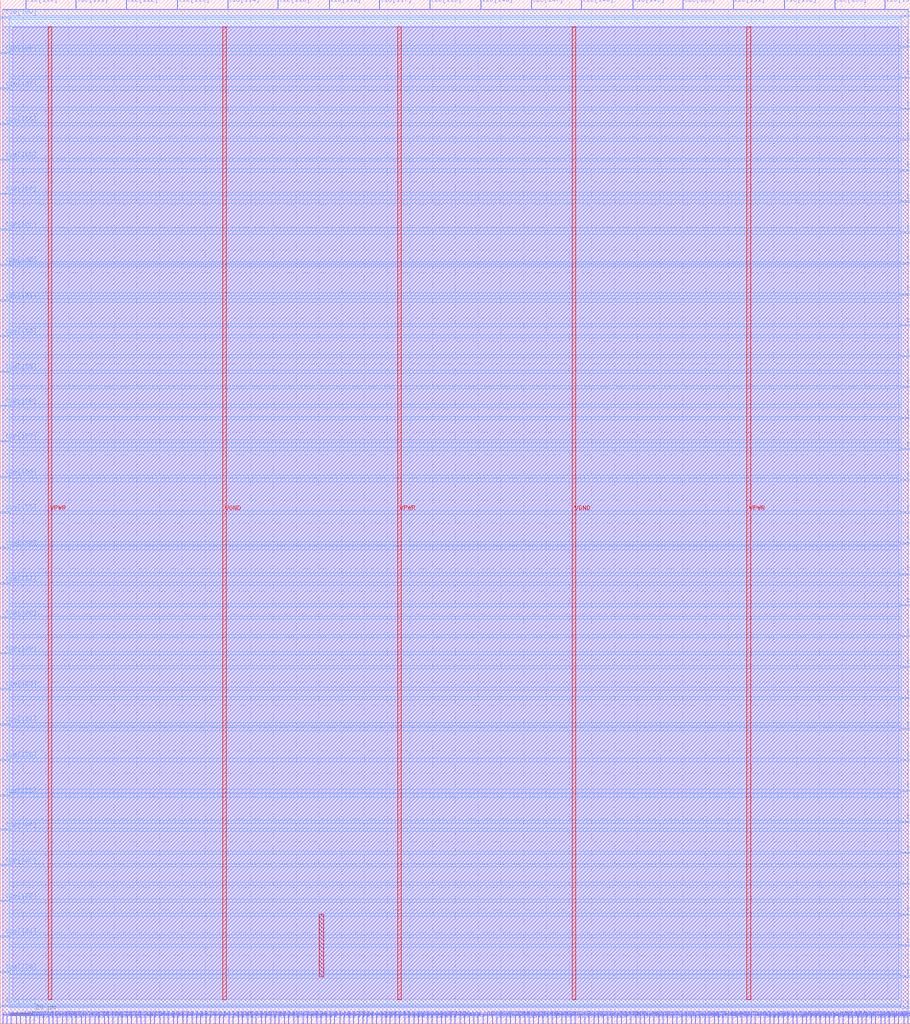
<source format=lef>
VERSION 5.7 ;
  NOWIREEXTENSIONATPIN ON ;
  DIVIDERCHAR "/" ;
  BUSBITCHARS "[]" ;
MACRO user_proj_top
  CLASS BLOCK ;
  FOREIGN user_proj_top ;
  ORIGIN 0.000 0.000 ;
  SIZE 400.000 BY 450.000 ;
  PIN clk
    DIRECTION INPUT ;
    USE SIGNAL ;
    PORT
      LAYER met2 ;
        RECT 1.010 0.000 1.290 4.000 ;
    END
  END clk
  PIN done
    DIRECTION OUTPUT TRISTATE ;
    USE SIGNAL ;
    PORT
      LAYER met2 ;
        RECT 206.170 0.000 206.450 4.000 ;
    END
  END done
  PIN mc[0]
    DIRECTION INPUT ;
    USE SIGNAL ;
    PORT
      LAYER met2 ;
        RECT 71.850 0.000 72.130 4.000 ;
    END
  END mc[0]
  PIN mc[10]
    DIRECTION INPUT ;
    USE SIGNAL ;
    PORT
      LAYER met2 ;
        RECT 92.090 0.000 92.370 4.000 ;
    END
  END mc[10]
  PIN mc[11]
    DIRECTION INPUT ;
    USE SIGNAL ;
    PORT
      LAYER met2 ;
        RECT 94.390 0.000 94.670 4.000 ;
    END
  END mc[11]
  PIN mc[12]
    DIRECTION INPUT ;
    USE SIGNAL ;
    PORT
      LAYER met2 ;
        RECT 96.230 0.000 96.510 4.000 ;
    END
  END mc[12]
  PIN mc[13]
    DIRECTION INPUT ;
    USE SIGNAL ;
    PORT
      LAYER met2 ;
        RECT 98.070 0.000 98.350 4.000 ;
    END
  END mc[13]
  PIN mc[14]
    DIRECTION INPUT ;
    USE SIGNAL ;
    PORT
      LAYER met2 ;
        RECT 100.370 0.000 100.650 4.000 ;
    END
  END mc[14]
  PIN mc[15]
    DIRECTION INPUT ;
    USE SIGNAL ;
    PORT
      LAYER met2 ;
        RECT 102.210 0.000 102.490 4.000 ;
    END
  END mc[15]
  PIN mc[16]
    DIRECTION INPUT ;
    USE SIGNAL ;
    PORT
      LAYER met2 ;
        RECT 104.510 0.000 104.790 4.000 ;
    END
  END mc[16]
  PIN mc[17]
    DIRECTION INPUT ;
    USE SIGNAL ;
    PORT
      LAYER met2 ;
        RECT 106.350 0.000 106.630 4.000 ;
    END
  END mc[17]
  PIN mc[18]
    DIRECTION INPUT ;
    USE SIGNAL ;
    PORT
      LAYER met2 ;
        RECT 108.650 0.000 108.930 4.000 ;
    END
  END mc[18]
  PIN mc[19]
    DIRECTION INPUT ;
    USE SIGNAL ;
    PORT
      LAYER met2 ;
        RECT 110.490 0.000 110.770 4.000 ;
    END
  END mc[19]
  PIN mc[1]
    DIRECTION INPUT ;
    USE SIGNAL ;
    PORT
      LAYER met2 ;
        RECT 73.690 0.000 73.970 4.000 ;
    END
  END mc[1]
  PIN mc[20]
    DIRECTION INPUT ;
    USE SIGNAL ;
    PORT
      LAYER met2 ;
        RECT 112.330 0.000 112.610 4.000 ;
    END
  END mc[20]
  PIN mc[21]
    DIRECTION INPUT ;
    USE SIGNAL ;
    PORT
      LAYER met2 ;
        RECT 114.630 0.000 114.910 4.000 ;
    END
  END mc[21]
  PIN mc[22]
    DIRECTION INPUT ;
    USE SIGNAL ;
    PORT
      LAYER met2 ;
        RECT 116.470 0.000 116.750 4.000 ;
    END
  END mc[22]
  PIN mc[23]
    DIRECTION INPUT ;
    USE SIGNAL ;
    PORT
      LAYER met2 ;
        RECT 118.770 0.000 119.050 4.000 ;
    END
  END mc[23]
  PIN mc[24]
    DIRECTION INPUT ;
    USE SIGNAL ;
    PORT
      LAYER met2 ;
        RECT 120.610 0.000 120.890 4.000 ;
    END
  END mc[24]
  PIN mc[25]
    DIRECTION INPUT ;
    USE SIGNAL ;
    PORT
      LAYER met2 ;
        RECT 122.450 0.000 122.730 4.000 ;
    END
  END mc[25]
  PIN mc[26]
    DIRECTION INPUT ;
    USE SIGNAL ;
    PORT
      LAYER met2 ;
        RECT 124.750 0.000 125.030 4.000 ;
    END
  END mc[26]
  PIN mc[27]
    DIRECTION INPUT ;
    USE SIGNAL ;
    PORT
      LAYER met2 ;
        RECT 126.590 0.000 126.870 4.000 ;
    END
  END mc[27]
  PIN mc[28]
    DIRECTION INPUT ;
    USE SIGNAL ;
    PORT
      LAYER met2 ;
        RECT 128.890 0.000 129.170 4.000 ;
    END
  END mc[28]
  PIN mc[29]
    DIRECTION INPUT ;
    USE SIGNAL ;
    PORT
      LAYER met2 ;
        RECT 130.730 0.000 131.010 4.000 ;
    END
  END mc[29]
  PIN mc[2]
    DIRECTION INPUT ;
    USE SIGNAL ;
    PORT
      LAYER met2 ;
        RECT 75.990 0.000 76.270 4.000 ;
    END
  END mc[2]
  PIN mc[30]
    DIRECTION INPUT ;
    USE SIGNAL ;
    PORT
      LAYER met2 ;
        RECT 133.030 0.000 133.310 4.000 ;
    END
  END mc[30]
  PIN mc[31]
    DIRECTION INPUT ;
    USE SIGNAL ;
    PORT
      LAYER met2 ;
        RECT 134.870 0.000 135.150 4.000 ;
    END
  END mc[31]
  PIN mc[3]
    DIRECTION INPUT ;
    USE SIGNAL ;
    PORT
      LAYER met2 ;
        RECT 77.830 0.000 78.110 4.000 ;
    END
  END mc[3]
  PIN mc[4]
    DIRECTION INPUT ;
    USE SIGNAL ;
    PORT
      LAYER met2 ;
        RECT 80.130 0.000 80.410 4.000 ;
    END
  END mc[4]
  PIN mc[5]
    DIRECTION INPUT ;
    USE SIGNAL ;
    PORT
      LAYER met2 ;
        RECT 81.970 0.000 82.250 4.000 ;
    END
  END mc[5]
  PIN mc[6]
    DIRECTION INPUT ;
    USE SIGNAL ;
    PORT
      LAYER met2 ;
        RECT 84.270 0.000 84.550 4.000 ;
    END
  END mc[6]
  PIN mc[7]
    DIRECTION INPUT ;
    USE SIGNAL ;
    PORT
      LAYER met2 ;
        RECT 86.110 0.000 86.390 4.000 ;
    END
  END mc[7]
  PIN mc[8]
    DIRECTION INPUT ;
    USE SIGNAL ;
    PORT
      LAYER met2 ;
        RECT 87.950 0.000 88.230 4.000 ;
    END
  END mc[8]
  PIN mc[9]
    DIRECTION INPUT ;
    USE SIGNAL ;
    PORT
      LAYER met2 ;
        RECT 90.250 0.000 90.530 4.000 ;
    END
  END mc[9]
  PIN mp[0]
    DIRECTION INPUT ;
    USE SIGNAL ;
    PORT
      LAYER met2 ;
        RECT 136.710 0.000 136.990 4.000 ;
    END
  END mp[0]
  PIN mp[10]
    DIRECTION INPUT ;
    USE SIGNAL ;
    PORT
      LAYER met2 ;
        RECT 157.410 0.000 157.690 4.000 ;
    END
  END mp[10]
  PIN mp[11]
    DIRECTION INPUT ;
    USE SIGNAL ;
    PORT
      LAYER met2 ;
        RECT 159.250 0.000 159.530 4.000 ;
    END
  END mp[11]
  PIN mp[12]
    DIRECTION INPUT ;
    USE SIGNAL ;
    PORT
      LAYER met2 ;
        RECT 161.090 0.000 161.370 4.000 ;
    END
  END mp[12]
  PIN mp[13]
    DIRECTION INPUT ;
    USE SIGNAL ;
    PORT
      LAYER met2 ;
        RECT 163.390 0.000 163.670 4.000 ;
    END
  END mp[13]
  PIN mp[14]
    DIRECTION INPUT ;
    USE SIGNAL ;
    PORT
      LAYER met2 ;
        RECT 165.230 0.000 165.510 4.000 ;
    END
  END mp[14]
  PIN mp[15]
    DIRECTION INPUT ;
    USE SIGNAL ;
    PORT
      LAYER met2 ;
        RECT 167.530 0.000 167.810 4.000 ;
    END
  END mp[15]
  PIN mp[16]
    DIRECTION INPUT ;
    USE SIGNAL ;
    PORT
      LAYER met2 ;
        RECT 169.370 0.000 169.650 4.000 ;
    END
  END mp[16]
  PIN mp[17]
    DIRECTION INPUT ;
    USE SIGNAL ;
    PORT
      LAYER met2 ;
        RECT 171.210 0.000 171.490 4.000 ;
    END
  END mp[17]
  PIN mp[18]
    DIRECTION INPUT ;
    USE SIGNAL ;
    PORT
      LAYER met2 ;
        RECT 173.510 0.000 173.790 4.000 ;
    END
  END mp[18]
  PIN mp[19]
    DIRECTION INPUT ;
    USE SIGNAL ;
    PORT
      LAYER met2 ;
        RECT 175.350 0.000 175.630 4.000 ;
    END
  END mp[19]
  PIN mp[1]
    DIRECTION INPUT ;
    USE SIGNAL ;
    PORT
      LAYER met2 ;
        RECT 139.010 0.000 139.290 4.000 ;
    END
  END mp[1]
  PIN mp[20]
    DIRECTION INPUT ;
    USE SIGNAL ;
    PORT
      LAYER met2 ;
        RECT 177.650 0.000 177.930 4.000 ;
    END
  END mp[20]
  PIN mp[21]
    DIRECTION INPUT ;
    USE SIGNAL ;
    PORT
      LAYER met2 ;
        RECT 179.490 0.000 179.770 4.000 ;
    END
  END mp[21]
  PIN mp[22]
    DIRECTION INPUT ;
    USE SIGNAL ;
    PORT
      LAYER met2 ;
        RECT 181.790 0.000 182.070 4.000 ;
    END
  END mp[22]
  PIN mp[23]
    DIRECTION INPUT ;
    USE SIGNAL ;
    PORT
      LAYER met2 ;
        RECT 183.630 0.000 183.910 4.000 ;
    END
  END mp[23]
  PIN mp[24]
    DIRECTION INPUT ;
    USE SIGNAL ;
    PORT
      LAYER met2 ;
        RECT 185.470 0.000 185.750 4.000 ;
    END
  END mp[24]
  PIN mp[25]
    DIRECTION INPUT ;
    USE SIGNAL ;
    PORT
      LAYER met2 ;
        RECT 187.770 0.000 188.050 4.000 ;
    END
  END mp[25]
  PIN mp[26]
    DIRECTION INPUT ;
    USE SIGNAL ;
    PORT
      LAYER met2 ;
        RECT 189.610 0.000 189.890 4.000 ;
    END
  END mp[26]
  PIN mp[27]
    DIRECTION INPUT ;
    USE SIGNAL ;
    PORT
      LAYER met2 ;
        RECT 191.910 0.000 192.190 4.000 ;
    END
  END mp[27]
  PIN mp[28]
    DIRECTION INPUT ;
    USE SIGNAL ;
    PORT
      LAYER met2 ;
        RECT 193.750 0.000 194.030 4.000 ;
    END
  END mp[28]
  PIN mp[29]
    DIRECTION INPUT ;
    USE SIGNAL ;
    PORT
      LAYER met2 ;
        RECT 195.590 0.000 195.870 4.000 ;
    END
  END mp[29]
  PIN mp[2]
    DIRECTION INPUT ;
    USE SIGNAL ;
    PORT
      LAYER met2 ;
        RECT 140.850 0.000 141.130 4.000 ;
    END
  END mp[2]
  PIN mp[30]
    DIRECTION INPUT ;
    USE SIGNAL ;
    PORT
      LAYER met2 ;
        RECT 197.890 0.000 198.170 4.000 ;
    END
  END mp[30]
  PIN mp[31]
    DIRECTION INPUT ;
    USE SIGNAL ;
    PORT
      LAYER met2 ;
        RECT 199.730 0.000 200.010 4.000 ;
    END
  END mp[31]
  PIN mp[3]
    DIRECTION INPUT ;
    USE SIGNAL ;
    PORT
      LAYER met2 ;
        RECT 143.150 0.000 143.430 4.000 ;
    END
  END mp[3]
  PIN mp[4]
    DIRECTION INPUT ;
    USE SIGNAL ;
    PORT
      LAYER met2 ;
        RECT 144.990 0.000 145.270 4.000 ;
    END
  END mp[4]
  PIN mp[5]
    DIRECTION INPUT ;
    USE SIGNAL ;
    PORT
      LAYER met2 ;
        RECT 146.830 0.000 147.110 4.000 ;
    END
  END mp[5]
  PIN mp[6]
    DIRECTION INPUT ;
    USE SIGNAL ;
    PORT
      LAYER met2 ;
        RECT 149.130 0.000 149.410 4.000 ;
    END
  END mp[6]
  PIN mp[7]
    DIRECTION INPUT ;
    USE SIGNAL ;
    PORT
      LAYER met2 ;
        RECT 150.970 0.000 151.250 4.000 ;
    END
  END mp[7]
  PIN mp[8]
    DIRECTION INPUT ;
    USE SIGNAL ;
    PORT
      LAYER met2 ;
        RECT 153.270 0.000 153.550 4.000 ;
    END
  END mp[8]
  PIN mp[9]
    DIRECTION INPUT ;
    USE SIGNAL ;
    PORT
      LAYER met2 ;
        RECT 155.110 0.000 155.390 4.000 ;
    END
  END mp[9]
  PIN prod[0]
    DIRECTION OUTPUT TRISTATE ;
    USE SIGNAL ;
    PORT
      LAYER met2 ;
        RECT 335.890 0.000 336.170 4.000 ;
    END
  END prod[0]
  PIN prod[10]
    DIRECTION OUTPUT TRISTATE ;
    USE SIGNAL ;
    PORT
      LAYER met2 ;
        RECT 356.130 0.000 356.410 4.000 ;
    END
  END prod[10]
  PIN prod[11]
    DIRECTION OUTPUT TRISTATE ;
    USE SIGNAL ;
    PORT
      LAYER met2 ;
        RECT 358.430 0.000 358.710 4.000 ;
    END
  END prod[11]
  PIN prod[12]
    DIRECTION OUTPUT TRISTATE ;
    USE SIGNAL ;
    PORT
      LAYER met2 ;
        RECT 360.270 0.000 360.550 4.000 ;
    END
  END prod[12]
  PIN prod[13]
    DIRECTION OUTPUT TRISTATE ;
    USE SIGNAL ;
    PORT
      LAYER met2 ;
        RECT 362.570 0.000 362.850 4.000 ;
    END
  END prod[13]
  PIN prod[14]
    DIRECTION OUTPUT TRISTATE ;
    USE SIGNAL ;
    PORT
      LAYER met2 ;
        RECT 364.410 0.000 364.690 4.000 ;
    END
  END prod[14]
  PIN prod[15]
    DIRECTION OUTPUT TRISTATE ;
    USE SIGNAL ;
    PORT
      LAYER met2 ;
        RECT 366.250 0.000 366.530 4.000 ;
    END
  END prod[15]
  PIN prod[16]
    DIRECTION OUTPUT TRISTATE ;
    USE SIGNAL ;
    PORT
      LAYER met2 ;
        RECT 368.550 0.000 368.830 4.000 ;
    END
  END prod[16]
  PIN prod[17]
    DIRECTION OUTPUT TRISTATE ;
    USE SIGNAL ;
    PORT
      LAYER met2 ;
        RECT 370.390 0.000 370.670 4.000 ;
    END
  END prod[17]
  PIN prod[18]
    DIRECTION OUTPUT TRISTATE ;
    USE SIGNAL ;
    PORT
      LAYER met2 ;
        RECT 372.690 0.000 372.970 4.000 ;
    END
  END prod[18]
  PIN prod[19]
    DIRECTION OUTPUT TRISTATE ;
    USE SIGNAL ;
    PORT
      LAYER met2 ;
        RECT 374.530 0.000 374.810 4.000 ;
    END
  END prod[19]
  PIN prod[1]
    DIRECTION OUTPUT TRISTATE ;
    USE SIGNAL ;
    PORT
      LAYER met2 ;
        RECT 338.190 0.000 338.470 4.000 ;
    END
  END prod[1]
  PIN prod[20]
    DIRECTION OUTPUT TRISTATE ;
    USE SIGNAL ;
    PORT
      LAYER met2 ;
        RECT 376.830 0.000 377.110 4.000 ;
    END
  END prod[20]
  PIN prod[21]
    DIRECTION OUTPUT TRISTATE ;
    USE SIGNAL ;
    PORT
      LAYER met2 ;
        RECT 378.670 0.000 378.950 4.000 ;
    END
  END prod[21]
  PIN prod[22]
    DIRECTION OUTPUT TRISTATE ;
    USE SIGNAL ;
    PORT
      LAYER met2 ;
        RECT 380.510 0.000 380.790 4.000 ;
    END
  END prod[22]
  PIN prod[23]
    DIRECTION OUTPUT TRISTATE ;
    USE SIGNAL ;
    PORT
      LAYER met2 ;
        RECT 382.810 0.000 383.090 4.000 ;
    END
  END prod[23]
  PIN prod[24]
    DIRECTION OUTPUT TRISTATE ;
    USE SIGNAL ;
    PORT
      LAYER met2 ;
        RECT 384.650 0.000 384.930 4.000 ;
    END
  END prod[24]
  PIN prod[25]
    DIRECTION OUTPUT TRISTATE ;
    USE SIGNAL ;
    PORT
      LAYER met2 ;
        RECT 386.950 0.000 387.230 4.000 ;
    END
  END prod[25]
  PIN prod[26]
    DIRECTION OUTPUT TRISTATE ;
    USE SIGNAL ;
    PORT
      LAYER met2 ;
        RECT 388.790 0.000 389.070 4.000 ;
    END
  END prod[26]
  PIN prod[27]
    DIRECTION OUTPUT TRISTATE ;
    USE SIGNAL ;
    PORT
      LAYER met2 ;
        RECT 390.630 0.000 390.910 4.000 ;
    END
  END prod[27]
  PIN prod[28]
    DIRECTION OUTPUT TRISTATE ;
    USE SIGNAL ;
    PORT
      LAYER met2 ;
        RECT 392.930 0.000 393.210 4.000 ;
    END
  END prod[28]
  PIN prod[29]
    DIRECTION OUTPUT TRISTATE ;
    USE SIGNAL ;
    PORT
      LAYER met2 ;
        RECT 394.770 0.000 395.050 4.000 ;
    END
  END prod[29]
  PIN prod[2]
    DIRECTION OUTPUT TRISTATE ;
    USE SIGNAL ;
    PORT
      LAYER met2 ;
        RECT 340.030 0.000 340.310 4.000 ;
    END
  END prod[2]
  PIN prod[30]
    DIRECTION OUTPUT TRISTATE ;
    USE SIGNAL ;
    PORT
      LAYER met2 ;
        RECT 397.070 0.000 397.350 4.000 ;
    END
  END prod[30]
  PIN prod[31]
    DIRECTION OUTPUT TRISTATE ;
    USE SIGNAL ;
    PORT
      LAYER met2 ;
        RECT 398.910 0.000 399.190 4.000 ;
    END
  END prod[31]
  PIN prod[3]
    DIRECTION OUTPUT TRISTATE ;
    USE SIGNAL ;
    PORT
      LAYER met2 ;
        RECT 341.870 0.000 342.150 4.000 ;
    END
  END prod[3]
  PIN prod[4]
    DIRECTION OUTPUT TRISTATE ;
    USE SIGNAL ;
    PORT
      LAYER met2 ;
        RECT 344.170 0.000 344.450 4.000 ;
    END
  END prod[4]
  PIN prod[5]
    DIRECTION OUTPUT TRISTATE ;
    USE SIGNAL ;
    PORT
      LAYER met2 ;
        RECT 346.010 0.000 346.290 4.000 ;
    END
  END prod[5]
  PIN prod[6]
    DIRECTION OUTPUT TRISTATE ;
    USE SIGNAL ;
    PORT
      LAYER met2 ;
        RECT 348.310 0.000 348.590 4.000 ;
    END
  END prod[6]
  PIN prod[7]
    DIRECTION OUTPUT TRISTATE ;
    USE SIGNAL ;
    PORT
      LAYER met2 ;
        RECT 350.150 0.000 350.430 4.000 ;
    END
  END prod[7]
  PIN prod[8]
    DIRECTION OUTPUT TRISTATE ;
    USE SIGNAL ;
    PORT
      LAYER met2 ;
        RECT 352.450 0.000 352.730 4.000 ;
    END
  END prod[8]
  PIN prod[9]
    DIRECTION OUTPUT TRISTATE ;
    USE SIGNAL ;
    PORT
      LAYER met2 ;
        RECT 354.290 0.000 354.570 4.000 ;
    END
  END prod[9]
  PIN prod_sel
    DIRECTION INPUT ;
    USE SIGNAL ;
    PORT
      LAYER met2 ;
        RECT 203.870 0.000 204.150 4.000 ;
    END
  END prod_sel
  PIN rst
    DIRECTION INPUT ;
    USE SIGNAL ;
    PORT
      LAYER met2 ;
        RECT 2.850 0.000 3.130 4.000 ;
    END
  END rst
  PIN start
    DIRECTION INPUT ;
    USE SIGNAL ;
    PORT
      LAYER met2 ;
        RECT 202.030 0.000 202.310 4.000 ;
    END
  END start
  PIN tck
    DIRECTION INPUT ;
    USE SIGNAL ;
    PORT
      LAYER met3 ;
        RECT 396.000 6.840 400.000 7.440 ;
    END
  END tck
  PIN tdi
    DIRECTION INPUT ;
    USE SIGNAL ;
    PORT
      LAYER met3 ;
        RECT 396.000 88.440 400.000 89.040 ;
    END
  END tdi
  PIN tdo
    DIRECTION OUTPUT TRISTATE ;
    USE SIGNAL ;
    PORT
      LAYER met3 ;
        RECT 396.000 170.040 400.000 170.640 ;
    END
  END tdo
  PIN tdo_paden_o
    DIRECTION OUTPUT TRISTATE ;
    USE SIGNAL ;
    PORT
      LAYER met3 ;
        RECT 396.000 183.640 400.000 184.240 ;
    END
  END tdo_paden_o
  PIN tie[0]
    DIRECTION OUTPUT TRISTATE ;
    USE SIGNAL ;
    PORT
      LAYER met2 ;
        RECT 51.610 0.000 51.890 4.000 ;
    END
  END tie[0]
  PIN tie[100]
    DIRECTION OUTPUT TRISTATE ;
    USE SIGNAL ;
    PORT
      LAYER met3 ;
        RECT 396.000 197.240 400.000 197.840 ;
    END
  END tie[100]
  PIN tie[101]
    DIRECTION OUTPUT TRISTATE ;
    USE SIGNAL ;
    PORT
      LAYER met3 ;
        RECT 396.000 210.840 400.000 211.440 ;
    END
  END tie[101]
  PIN tie[102]
    DIRECTION OUTPUT TRISTATE ;
    USE SIGNAL ;
    PORT
      LAYER met3 ;
        RECT 396.000 224.440 400.000 225.040 ;
    END
  END tie[102]
  PIN tie[103]
    DIRECTION OUTPUT TRISTATE ;
    USE SIGNAL ;
    PORT
      LAYER met3 ;
        RECT 396.000 238.720 400.000 239.320 ;
    END
  END tie[103]
  PIN tie[104]
    DIRECTION OUTPUT TRISTATE ;
    USE SIGNAL ;
    PORT
      LAYER met3 ;
        RECT 396.000 252.320 400.000 252.920 ;
    END
  END tie[104]
  PIN tie[105]
    DIRECTION OUTPUT TRISTATE ;
    USE SIGNAL ;
    PORT
      LAYER met3 ;
        RECT 396.000 265.920 400.000 266.520 ;
    END
  END tie[105]
  PIN tie[106]
    DIRECTION OUTPUT TRISTATE ;
    USE SIGNAL ;
    PORT
      LAYER met3 ;
        RECT 396.000 279.520 400.000 280.120 ;
    END
  END tie[106]
  PIN tie[107]
    DIRECTION OUTPUT TRISTATE ;
    USE SIGNAL ;
    PORT
      LAYER met3 ;
        RECT 396.000 293.120 400.000 293.720 ;
    END
  END tie[107]
  PIN tie[108]
    DIRECTION OUTPUT TRISTATE ;
    USE SIGNAL ;
    PORT
      LAYER met3 ;
        RECT 396.000 306.720 400.000 307.320 ;
    END
  END tie[108]
  PIN tie[109]
    DIRECTION OUTPUT TRISTATE ;
    USE SIGNAL ;
    PORT
      LAYER met3 ;
        RECT 396.000 320.320 400.000 320.920 ;
    END
  END tie[109]
  PIN tie[10]
    DIRECTION OUTPUT TRISTATE ;
    USE SIGNAL ;
    PORT
      LAYER met2 ;
        RECT 31.370 0.000 31.650 4.000 ;
    END
  END tie[10]
  PIN tie[110]
    DIRECTION OUTPUT TRISTATE ;
    USE SIGNAL ;
    PORT
      LAYER met2 ;
        RECT 11.130 446.000 11.410 450.000 ;
    END
  END tie[110]
  PIN tie[111]
    DIRECTION OUTPUT TRISTATE ;
    USE SIGNAL ;
    PORT
      LAYER met2 ;
        RECT 33.210 446.000 33.490 450.000 ;
    END
  END tie[111]
  PIN tie[112]
    DIRECTION OUTPUT TRISTATE ;
    USE SIGNAL ;
    PORT
      LAYER met2 ;
        RECT 55.290 446.000 55.570 450.000 ;
    END
  END tie[112]
  PIN tie[113]
    DIRECTION OUTPUT TRISTATE ;
    USE SIGNAL ;
    PORT
      LAYER met2 ;
        RECT 77.830 446.000 78.110 450.000 ;
    END
  END tie[113]
  PIN tie[114]
    DIRECTION OUTPUT TRISTATE ;
    USE SIGNAL ;
    PORT
      LAYER met2 ;
        RECT 99.910 446.000 100.190 450.000 ;
    END
  END tie[114]
  PIN tie[115]
    DIRECTION OUTPUT TRISTATE ;
    USE SIGNAL ;
    PORT
      LAYER met2 ;
        RECT 121.990 446.000 122.270 450.000 ;
    END
  END tie[115]
  PIN tie[116]
    DIRECTION OUTPUT TRISTATE ;
    USE SIGNAL ;
    PORT
      LAYER met2 ;
        RECT 144.530 446.000 144.810 450.000 ;
    END
  END tie[116]
  PIN tie[117]
    DIRECTION OUTPUT TRISTATE ;
    USE SIGNAL ;
    PORT
      LAYER met2 ;
        RECT 166.610 446.000 166.890 450.000 ;
    END
  END tie[117]
  PIN tie[118]
    DIRECTION OUTPUT TRISTATE ;
    USE SIGNAL ;
    PORT
      LAYER met2 ;
        RECT 188.690 446.000 188.970 450.000 ;
    END
  END tie[118]
  PIN tie[119]
    DIRECTION OUTPUT TRISTATE ;
    USE SIGNAL ;
    PORT
      LAYER met3 ;
        RECT 0.000 7.520 4.000 8.120 ;
    END
  END tie[119]
  PIN tie[11]
    DIRECTION OUTPUT TRISTATE ;
    USE SIGNAL ;
    PORT
      LAYER met2 ;
        RECT 33.210 0.000 33.490 4.000 ;
    END
  END tie[11]
  PIN tie[120]
    DIRECTION OUTPUT TRISTATE ;
    USE SIGNAL ;
    PORT
      LAYER met3 ;
        RECT 0.000 22.480 4.000 23.080 ;
    END
  END tie[120]
  PIN tie[121]
    DIRECTION OUTPUT TRISTATE ;
    USE SIGNAL ;
    PORT
      LAYER met3 ;
        RECT 0.000 38.120 4.000 38.720 ;
    END
  END tie[121]
  PIN tie[122]
    DIRECTION OUTPUT TRISTATE ;
    USE SIGNAL ;
    PORT
      LAYER met3 ;
        RECT 0.000 53.760 4.000 54.360 ;
    END
  END tie[122]
  PIN tie[123]
    DIRECTION OUTPUT TRISTATE ;
    USE SIGNAL ;
    PORT
      LAYER met3 ;
        RECT 0.000 69.400 4.000 70.000 ;
    END
  END tie[123]
  PIN tie[124]
    DIRECTION OUTPUT TRISTATE ;
    USE SIGNAL ;
    PORT
      LAYER met3 ;
        RECT 0.000 85.040 4.000 85.640 ;
    END
  END tie[124]
  PIN tie[125]
    DIRECTION OUTPUT TRISTATE ;
    USE SIGNAL ;
    PORT
      LAYER met3 ;
        RECT 0.000 100.000 4.000 100.600 ;
    END
  END tie[125]
  PIN tie[126]
    DIRECTION OUTPUT TRISTATE ;
    USE SIGNAL ;
    PORT
      LAYER met3 ;
        RECT 0.000 115.640 4.000 116.240 ;
    END
  END tie[126]
  PIN tie[127]
    DIRECTION OUTPUT TRISTATE ;
    USE SIGNAL ;
    PORT
      LAYER met3 ;
        RECT 0.000 131.280 4.000 131.880 ;
    END
  END tie[127]
  PIN tie[128]
    DIRECTION OUTPUT TRISTATE ;
    USE SIGNAL ;
    PORT
      LAYER met3 ;
        RECT 0.000 146.920 4.000 147.520 ;
    END
  END tie[128]
  PIN tie[129]
    DIRECTION OUTPUT TRISTATE ;
    USE SIGNAL ;
    PORT
      LAYER met3 ;
        RECT 0.000 162.560 4.000 163.160 ;
    END
  END tie[129]
  PIN tie[12]
    DIRECTION OUTPUT TRISTATE ;
    USE SIGNAL ;
    PORT
      LAYER met2 ;
        RECT 35.510 0.000 35.790 4.000 ;
    END
  END tie[12]
  PIN tie[130]
    DIRECTION OUTPUT TRISTATE ;
    USE SIGNAL ;
    PORT
      LAYER met3 ;
        RECT 0.000 178.200 4.000 178.800 ;
    END
  END tie[130]
  PIN tie[131]
    DIRECTION OUTPUT TRISTATE ;
    USE SIGNAL ;
    PORT
      LAYER met3 ;
        RECT 0.000 193.160 4.000 193.760 ;
    END
  END tie[131]
  PIN tie[132]
    DIRECTION OUTPUT TRISTATE ;
    USE SIGNAL ;
    PORT
      LAYER met3 ;
        RECT 0.000 208.800 4.000 209.400 ;
    END
  END tie[132]
  PIN tie[133]
    DIRECTION OUTPUT TRISTATE ;
    USE SIGNAL ;
    PORT
      LAYER met3 ;
        RECT 396.000 34.040 400.000 34.640 ;
    END
  END tie[133]
  PIN tie[134]
    DIRECTION OUTPUT TRISTATE ;
    USE SIGNAL ;
    PORT
      LAYER met3 ;
        RECT 396.000 74.840 400.000 75.440 ;
    END
  END tie[134]
  PIN tie[135]
    DIRECTION OUTPUT TRISTATE ;
    USE SIGNAL ;
    PORT
      LAYER met3 ;
        RECT 396.000 115.640 400.000 116.240 ;
    END
  END tie[135]
  PIN tie[136]
    DIRECTION OUTPUT TRISTATE ;
    USE SIGNAL ;
    PORT
      LAYER met3 ;
        RECT 396.000 156.440 400.000 157.040 ;
    END
  END tie[136]
  PIN tie[137]
    DIRECTION OUTPUT TRISTATE ;
    USE SIGNAL ;
    PORT
      LAYER met3 ;
        RECT 396.000 333.920 400.000 334.520 ;
    END
  END tie[137]
  PIN tie[138]
    DIRECTION OUTPUT TRISTATE ;
    USE SIGNAL ;
    PORT
      LAYER met3 ;
        RECT 396.000 347.520 400.000 348.120 ;
    END
  END tie[138]
  PIN tie[139]
    DIRECTION OUTPUT TRISTATE ;
    USE SIGNAL ;
    PORT
      LAYER met3 ;
        RECT 396.000 361.120 400.000 361.720 ;
    END
  END tie[139]
  PIN tie[13]
    DIRECTION OUTPUT TRISTATE ;
    USE SIGNAL ;
    PORT
      LAYER met2 ;
        RECT 37.350 0.000 37.630 4.000 ;
    END
  END tie[13]
  PIN tie[140]
    DIRECTION OUTPUT TRISTATE ;
    USE SIGNAL ;
    PORT
      LAYER met3 ;
        RECT 396.000 374.720 400.000 375.320 ;
    END
  END tie[140]
  PIN tie[141]
    DIRECTION OUTPUT TRISTATE ;
    USE SIGNAL ;
    PORT
      LAYER met3 ;
        RECT 396.000 388.320 400.000 388.920 ;
    END
  END tie[141]
  PIN tie[142]
    DIRECTION OUTPUT TRISTATE ;
    USE SIGNAL ;
    PORT
      LAYER met3 ;
        RECT 396.000 401.920 400.000 402.520 ;
    END
  END tie[142]
  PIN tie[143]
    DIRECTION OUTPUT TRISTATE ;
    USE SIGNAL ;
    PORT
      LAYER met3 ;
        RECT 396.000 415.520 400.000 416.120 ;
    END
  END tie[143]
  PIN tie[144]
    DIRECTION OUTPUT TRISTATE ;
    USE SIGNAL ;
    PORT
      LAYER met3 ;
        RECT 396.000 429.120 400.000 429.720 ;
    END
  END tie[144]
  PIN tie[145]
    DIRECTION OUTPUT TRISTATE ;
    USE SIGNAL ;
    PORT
      LAYER met3 ;
        RECT 396.000 442.720 400.000 443.320 ;
    END
  END tie[145]
  PIN tie[146]
    DIRECTION OUTPUT TRISTATE ;
    USE SIGNAL ;
    PORT
      LAYER met2 ;
        RECT 211.230 446.000 211.510 450.000 ;
    END
  END tie[146]
  PIN tie[147]
    DIRECTION OUTPUT TRISTATE ;
    USE SIGNAL ;
    PORT
      LAYER met2 ;
        RECT 233.310 446.000 233.590 450.000 ;
    END
  END tie[147]
  PIN tie[148]
    DIRECTION OUTPUT TRISTATE ;
    USE SIGNAL ;
    PORT
      LAYER met2 ;
        RECT 255.390 446.000 255.670 450.000 ;
    END
  END tie[148]
  PIN tie[149]
    DIRECTION OUTPUT TRISTATE ;
    USE SIGNAL ;
    PORT
      LAYER met2 ;
        RECT 277.930 446.000 278.210 450.000 ;
    END
  END tie[149]
  PIN tie[14]
    DIRECTION OUTPUT TRISTATE ;
    USE SIGNAL ;
    PORT
      LAYER met2 ;
        RECT 39.190 0.000 39.470 4.000 ;
    END
  END tie[14]
  PIN tie[150]
    DIRECTION OUTPUT TRISTATE ;
    USE SIGNAL ;
    PORT
      LAYER met2 ;
        RECT 300.010 446.000 300.290 450.000 ;
    END
  END tie[150]
  PIN tie[151]
    DIRECTION OUTPUT TRISTATE ;
    USE SIGNAL ;
    PORT
      LAYER met2 ;
        RECT 322.090 446.000 322.370 450.000 ;
    END
  END tie[151]
  PIN tie[152]
    DIRECTION OUTPUT TRISTATE ;
    USE SIGNAL ;
    PORT
      LAYER met2 ;
        RECT 344.630 446.000 344.910 450.000 ;
    END
  END tie[152]
  PIN tie[153]
    DIRECTION OUTPUT TRISTATE ;
    USE SIGNAL ;
    PORT
      LAYER met2 ;
        RECT 366.710 446.000 366.990 450.000 ;
    END
  END tie[153]
  PIN tie[154]
    DIRECTION OUTPUT TRISTATE ;
    USE SIGNAL ;
    PORT
      LAYER met2 ;
        RECT 388.790 446.000 389.070 450.000 ;
    END
  END tie[154]
  PIN tie[155]
    DIRECTION OUTPUT TRISTATE ;
    USE SIGNAL ;
    PORT
      LAYER met3 ;
        RECT 0.000 224.440 4.000 225.040 ;
    END
  END tie[155]
  PIN tie[156]
    DIRECTION OUTPUT TRISTATE ;
    USE SIGNAL ;
    PORT
      LAYER met3 ;
        RECT 0.000 240.080 4.000 240.680 ;
    END
  END tie[156]
  PIN tie[157]
    DIRECTION OUTPUT TRISTATE ;
    USE SIGNAL ;
    PORT
      LAYER met3 ;
        RECT 0.000 255.720 4.000 256.320 ;
    END
  END tie[157]
  PIN tie[158]
    DIRECTION OUTPUT TRISTATE ;
    USE SIGNAL ;
    PORT
      LAYER met3 ;
        RECT 0.000 271.360 4.000 271.960 ;
    END
  END tie[158]
  PIN tie[159]
    DIRECTION OUTPUT TRISTATE ;
    USE SIGNAL ;
    PORT
      LAYER met3 ;
        RECT 0.000 286.320 4.000 286.920 ;
    END
  END tie[159]
  PIN tie[15]
    DIRECTION OUTPUT TRISTATE ;
    USE SIGNAL ;
    PORT
      LAYER met2 ;
        RECT 41.490 0.000 41.770 4.000 ;
    END
  END tie[15]
  PIN tie[160]
    DIRECTION OUTPUT TRISTATE ;
    USE SIGNAL ;
    PORT
      LAYER met3 ;
        RECT 0.000 301.960 4.000 302.560 ;
    END
  END tie[160]
  PIN tie[161]
    DIRECTION OUTPUT TRISTATE ;
    USE SIGNAL ;
    PORT
      LAYER met3 ;
        RECT 0.000 317.600 4.000 318.200 ;
    END
  END tie[161]
  PIN tie[162]
    DIRECTION OUTPUT TRISTATE ;
    USE SIGNAL ;
    PORT
      LAYER met3 ;
        RECT 0.000 333.240 4.000 333.840 ;
    END
  END tie[162]
  PIN tie[163]
    DIRECTION OUTPUT TRISTATE ;
    USE SIGNAL ;
    PORT
      LAYER met3 ;
        RECT 0.000 348.880 4.000 349.480 ;
    END
  END tie[163]
  PIN tie[164]
    DIRECTION OUTPUT TRISTATE ;
    USE SIGNAL ;
    PORT
      LAYER met3 ;
        RECT 0.000 364.520 4.000 365.120 ;
    END
  END tie[164]
  PIN tie[165]
    DIRECTION OUTPUT TRISTATE ;
    USE SIGNAL ;
    PORT
      LAYER met3 ;
        RECT 0.000 379.480 4.000 380.080 ;
    END
  END tie[165]
  PIN tie[166]
    DIRECTION OUTPUT TRISTATE ;
    USE SIGNAL ;
    PORT
      LAYER met3 ;
        RECT 0.000 395.120 4.000 395.720 ;
    END
  END tie[166]
  PIN tie[167]
    DIRECTION OUTPUT TRISTATE ;
    USE SIGNAL ;
    PORT
      LAYER met3 ;
        RECT 0.000 410.760 4.000 411.360 ;
    END
  END tie[167]
  PIN tie[168]
    DIRECTION OUTPUT TRISTATE ;
    USE SIGNAL ;
    PORT
      LAYER met3 ;
        RECT 0.000 426.400 4.000 427.000 ;
    END
  END tie[168]
  PIN tie[169]
    DIRECTION OUTPUT TRISTATE ;
    USE SIGNAL ;
    PORT
      LAYER met3 ;
        RECT 0.000 442.040 4.000 442.640 ;
    END
  END tie[169]
  PIN tie[16]
    DIRECTION OUTPUT TRISTATE ;
    USE SIGNAL ;
    PORT
      LAYER met2 ;
        RECT 43.330 0.000 43.610 4.000 ;
    END
  END tie[16]
  PIN tie[17]
    DIRECTION OUTPUT TRISTATE ;
    USE SIGNAL ;
    PORT
      LAYER met2 ;
        RECT 45.630 0.000 45.910 4.000 ;
    END
  END tie[17]
  PIN tie[18]
    DIRECTION OUTPUT TRISTATE ;
    USE SIGNAL ;
    PORT
      LAYER met2 ;
        RECT 47.470 0.000 47.750 4.000 ;
    END
  END tie[18]
  PIN tie[19]
    DIRECTION OUTPUT TRISTATE ;
    USE SIGNAL ;
    PORT
      LAYER met2 ;
        RECT 49.310 0.000 49.590 4.000 ;
    END
  END tie[19]
  PIN tie[1]
    DIRECTION OUTPUT TRISTATE ;
    USE SIGNAL ;
    PORT
      LAYER met2 ;
        RECT 53.450 0.000 53.730 4.000 ;
    END
  END tie[1]
  PIN tie[20]
    DIRECTION OUTPUT TRISTATE ;
    USE SIGNAL ;
    PORT
      LAYER met2 ;
        RECT 11.130 0.000 11.410 4.000 ;
    END
  END tie[20]
  PIN tie[21]
    DIRECTION OUTPUT TRISTATE ;
    USE SIGNAL ;
    PORT
      LAYER met2 ;
        RECT 12.970 0.000 13.250 4.000 ;
    END
  END tie[21]
  PIN tie[22]
    DIRECTION OUTPUT TRISTATE ;
    USE SIGNAL ;
    PORT
      LAYER met2 ;
        RECT 14.810 0.000 15.090 4.000 ;
    END
  END tie[22]
  PIN tie[23]
    DIRECTION OUTPUT TRISTATE ;
    USE SIGNAL ;
    PORT
      LAYER met2 ;
        RECT 17.110 0.000 17.390 4.000 ;
    END
  END tie[23]
  PIN tie[24]
    DIRECTION OUTPUT TRISTATE ;
    USE SIGNAL ;
    PORT
      LAYER met2 ;
        RECT 18.950 0.000 19.230 4.000 ;
    END
  END tie[24]
  PIN tie[25]
    DIRECTION OUTPUT TRISTATE ;
    USE SIGNAL ;
    PORT
      LAYER met2 ;
        RECT 21.250 0.000 21.530 4.000 ;
    END
  END tie[25]
  PIN tie[26]
    DIRECTION OUTPUT TRISTATE ;
    USE SIGNAL ;
    PORT
      LAYER met2 ;
        RECT 23.090 0.000 23.370 4.000 ;
    END
  END tie[26]
  PIN tie[27]
    DIRECTION OUTPUT TRISTATE ;
    USE SIGNAL ;
    PORT
      LAYER met2 ;
        RECT 24.930 0.000 25.210 4.000 ;
    END
  END tie[27]
  PIN tie[28]
    DIRECTION OUTPUT TRISTATE ;
    USE SIGNAL ;
    PORT
      LAYER met2 ;
        RECT 27.230 0.000 27.510 4.000 ;
    END
  END tie[28]
  PIN tie[29]
    DIRECTION OUTPUT TRISTATE ;
    USE SIGNAL ;
    PORT
      LAYER met2 ;
        RECT 29.070 0.000 29.350 4.000 ;
    END
  END tie[29]
  PIN tie[2]
    DIRECTION OUTPUT TRISTATE ;
    USE SIGNAL ;
    PORT
      LAYER met2 ;
        RECT 55.750 0.000 56.030 4.000 ;
    END
  END tie[2]
  PIN tie[30]
    DIRECTION OUTPUT TRISTATE ;
    USE SIGNAL ;
    PORT
      LAYER met2 ;
        RECT 4.690 0.000 4.970 4.000 ;
    END
  END tie[30]
  PIN tie[31]
    DIRECTION OUTPUT TRISTATE ;
    USE SIGNAL ;
    PORT
      LAYER met2 ;
        RECT 6.990 0.000 7.270 4.000 ;
    END
  END tie[31]
  PIN tie[32]
    DIRECTION OUTPUT TRISTATE ;
    USE SIGNAL ;
    PORT
      LAYER met2 ;
        RECT 8.830 0.000 9.110 4.000 ;
    END
  END tie[32]
  PIN tie[33]
    DIRECTION OUTPUT TRISTATE ;
    USE SIGNAL ;
    PORT
      LAYER met2 ;
        RECT 208.010 0.000 208.290 4.000 ;
    END
  END tie[33]
  PIN tie[34]
    DIRECTION OUTPUT TRISTATE ;
    USE SIGNAL ;
    PORT
      LAYER met2 ;
        RECT 209.850 0.000 210.130 4.000 ;
    END
  END tie[34]
  PIN tie[35]
    DIRECTION OUTPUT TRISTATE ;
    USE SIGNAL ;
    PORT
      LAYER met2 ;
        RECT 212.150 0.000 212.430 4.000 ;
    END
  END tie[35]
  PIN tie[36]
    DIRECTION OUTPUT TRISTATE ;
    USE SIGNAL ;
    PORT
      LAYER met2 ;
        RECT 213.990 0.000 214.270 4.000 ;
    END
  END tie[36]
  PIN tie[37]
    DIRECTION OUTPUT TRISTATE ;
    USE SIGNAL ;
    PORT
      LAYER met2 ;
        RECT 216.290 0.000 216.570 4.000 ;
    END
  END tie[37]
  PIN tie[38]
    DIRECTION OUTPUT TRISTATE ;
    USE SIGNAL ;
    PORT
      LAYER met2 ;
        RECT 218.130 0.000 218.410 4.000 ;
    END
  END tie[38]
  PIN tie[39]
    DIRECTION OUTPUT TRISTATE ;
    USE SIGNAL ;
    PORT
      LAYER met2 ;
        RECT 219.970 0.000 220.250 4.000 ;
    END
  END tie[39]
  PIN tie[3]
    DIRECTION OUTPUT TRISTATE ;
    USE SIGNAL ;
    PORT
      LAYER met2 ;
        RECT 57.590 0.000 57.870 4.000 ;
    END
  END tie[3]
  PIN tie[40]
    DIRECTION OUTPUT TRISTATE ;
    USE SIGNAL ;
    PORT
      LAYER met2 ;
        RECT 222.270 0.000 222.550 4.000 ;
    END
  END tie[40]
  PIN tie[41]
    DIRECTION OUTPUT TRISTATE ;
    USE SIGNAL ;
    PORT
      LAYER met2 ;
        RECT 224.110 0.000 224.390 4.000 ;
    END
  END tie[41]
  PIN tie[42]
    DIRECTION OUTPUT TRISTATE ;
    USE SIGNAL ;
    PORT
      LAYER met2 ;
        RECT 226.410 0.000 226.690 4.000 ;
    END
  END tie[42]
  PIN tie[43]
    DIRECTION OUTPUT TRISTATE ;
    USE SIGNAL ;
    PORT
      LAYER met2 ;
        RECT 228.250 0.000 228.530 4.000 ;
    END
  END tie[43]
  PIN tie[44]
    DIRECTION OUTPUT TRISTATE ;
    USE SIGNAL ;
    PORT
      LAYER met2 ;
        RECT 230.550 0.000 230.830 4.000 ;
    END
  END tie[44]
  PIN tie[45]
    DIRECTION OUTPUT TRISTATE ;
    USE SIGNAL ;
    PORT
      LAYER met2 ;
        RECT 232.390 0.000 232.670 4.000 ;
    END
  END tie[45]
  PIN tie[46]
    DIRECTION OUTPUT TRISTATE ;
    USE SIGNAL ;
    PORT
      LAYER met2 ;
        RECT 234.230 0.000 234.510 4.000 ;
    END
  END tie[46]
  PIN tie[47]
    DIRECTION OUTPUT TRISTATE ;
    USE SIGNAL ;
    PORT
      LAYER met2 ;
        RECT 236.530 0.000 236.810 4.000 ;
    END
  END tie[47]
  PIN tie[48]
    DIRECTION OUTPUT TRISTATE ;
    USE SIGNAL ;
    PORT
      LAYER met2 ;
        RECT 238.370 0.000 238.650 4.000 ;
    END
  END tie[48]
  PIN tie[49]
    DIRECTION OUTPUT TRISTATE ;
    USE SIGNAL ;
    PORT
      LAYER met2 ;
        RECT 240.670 0.000 240.950 4.000 ;
    END
  END tie[49]
  PIN tie[4]
    DIRECTION OUTPUT TRISTATE ;
    USE SIGNAL ;
    PORT
      LAYER met2 ;
        RECT 59.890 0.000 60.170 4.000 ;
    END
  END tie[4]
  PIN tie[50]
    DIRECTION OUTPUT TRISTATE ;
    USE SIGNAL ;
    PORT
      LAYER met2 ;
        RECT 242.510 0.000 242.790 4.000 ;
    END
  END tie[50]
  PIN tie[51]
    DIRECTION OUTPUT TRISTATE ;
    USE SIGNAL ;
    PORT
      LAYER met2 ;
        RECT 244.350 0.000 244.630 4.000 ;
    END
  END tie[51]
  PIN tie[52]
    DIRECTION OUTPUT TRISTATE ;
    USE SIGNAL ;
    PORT
      LAYER met2 ;
        RECT 246.650 0.000 246.930 4.000 ;
    END
  END tie[52]
  PIN tie[53]
    DIRECTION OUTPUT TRISTATE ;
    USE SIGNAL ;
    PORT
      LAYER met2 ;
        RECT 248.490 0.000 248.770 4.000 ;
    END
  END tie[53]
  PIN tie[54]
    DIRECTION OUTPUT TRISTATE ;
    USE SIGNAL ;
    PORT
      LAYER met2 ;
        RECT 250.790 0.000 251.070 4.000 ;
    END
  END tie[54]
  PIN tie[55]
    DIRECTION OUTPUT TRISTATE ;
    USE SIGNAL ;
    PORT
      LAYER met2 ;
        RECT 252.630 0.000 252.910 4.000 ;
    END
  END tie[55]
  PIN tie[56]
    DIRECTION OUTPUT TRISTATE ;
    USE SIGNAL ;
    PORT
      LAYER met2 ;
        RECT 254.930 0.000 255.210 4.000 ;
    END
  END tie[56]
  PIN tie[57]
    DIRECTION OUTPUT TRISTATE ;
    USE SIGNAL ;
    PORT
      LAYER met2 ;
        RECT 256.770 0.000 257.050 4.000 ;
    END
  END tie[57]
  PIN tie[58]
    DIRECTION OUTPUT TRISTATE ;
    USE SIGNAL ;
    PORT
      LAYER met2 ;
        RECT 258.610 0.000 258.890 4.000 ;
    END
  END tie[58]
  PIN tie[59]
    DIRECTION OUTPUT TRISTATE ;
    USE SIGNAL ;
    PORT
      LAYER met2 ;
        RECT 260.910 0.000 261.190 4.000 ;
    END
  END tie[59]
  PIN tie[5]
    DIRECTION OUTPUT TRISTATE ;
    USE SIGNAL ;
    PORT
      LAYER met2 ;
        RECT 61.730 0.000 62.010 4.000 ;
    END
  END tie[5]
  PIN tie[60]
    DIRECTION OUTPUT TRISTATE ;
    USE SIGNAL ;
    PORT
      LAYER met2 ;
        RECT 262.750 0.000 263.030 4.000 ;
    END
  END tie[60]
  PIN tie[61]
    DIRECTION OUTPUT TRISTATE ;
    USE SIGNAL ;
    PORT
      LAYER met2 ;
        RECT 265.050 0.000 265.330 4.000 ;
    END
  END tie[61]
  PIN tie[62]
    DIRECTION OUTPUT TRISTATE ;
    USE SIGNAL ;
    PORT
      LAYER met2 ;
        RECT 266.890 0.000 267.170 4.000 ;
    END
  END tie[62]
  PIN tie[63]
    DIRECTION OUTPUT TRISTATE ;
    USE SIGNAL ;
    PORT
      LAYER met2 ;
        RECT 268.730 0.000 269.010 4.000 ;
    END
  END tie[63]
  PIN tie[64]
    DIRECTION OUTPUT TRISTATE ;
    USE SIGNAL ;
    PORT
      LAYER met2 ;
        RECT 271.030 0.000 271.310 4.000 ;
    END
  END tie[64]
  PIN tie[65]
    DIRECTION OUTPUT TRISTATE ;
    USE SIGNAL ;
    PORT
      LAYER met2 ;
        RECT 272.870 0.000 273.150 4.000 ;
    END
  END tie[65]
  PIN tie[66]
    DIRECTION OUTPUT TRISTATE ;
    USE SIGNAL ;
    PORT
      LAYER met2 ;
        RECT 275.170 0.000 275.450 4.000 ;
    END
  END tie[66]
  PIN tie[67]
    DIRECTION OUTPUT TRISTATE ;
    USE SIGNAL ;
    PORT
      LAYER met2 ;
        RECT 277.010 0.000 277.290 4.000 ;
    END
  END tie[67]
  PIN tie[68]
    DIRECTION OUTPUT TRISTATE ;
    USE SIGNAL ;
    PORT
      LAYER met2 ;
        RECT 279.310 0.000 279.590 4.000 ;
    END
  END tie[68]
  PIN tie[69]
    DIRECTION OUTPUT TRISTATE ;
    USE SIGNAL ;
    PORT
      LAYER met2 ;
        RECT 281.150 0.000 281.430 4.000 ;
    END
  END tie[69]
  PIN tie[6]
    DIRECTION OUTPUT TRISTATE ;
    USE SIGNAL ;
    PORT
      LAYER met2 ;
        RECT 63.570 0.000 63.850 4.000 ;
    END
  END tie[6]
  PIN tie[70]
    DIRECTION OUTPUT TRISTATE ;
    USE SIGNAL ;
    PORT
      LAYER met2 ;
        RECT 282.990 0.000 283.270 4.000 ;
    END
  END tie[70]
  PIN tie[71]
    DIRECTION OUTPUT TRISTATE ;
    USE SIGNAL ;
    PORT
      LAYER met2 ;
        RECT 285.290 0.000 285.570 4.000 ;
    END
  END tie[71]
  PIN tie[72]
    DIRECTION OUTPUT TRISTATE ;
    USE SIGNAL ;
    PORT
      LAYER met2 ;
        RECT 287.130 0.000 287.410 4.000 ;
    END
  END tie[72]
  PIN tie[73]
    DIRECTION OUTPUT TRISTATE ;
    USE SIGNAL ;
    PORT
      LAYER met2 ;
        RECT 289.430 0.000 289.710 4.000 ;
    END
  END tie[73]
  PIN tie[74]
    DIRECTION OUTPUT TRISTATE ;
    USE SIGNAL ;
    PORT
      LAYER met2 ;
        RECT 291.270 0.000 291.550 4.000 ;
    END
  END tie[74]
  PIN tie[75]
    DIRECTION OUTPUT TRISTATE ;
    USE SIGNAL ;
    PORT
      LAYER met2 ;
        RECT 293.110 0.000 293.390 4.000 ;
    END
  END tie[75]
  PIN tie[76]
    DIRECTION OUTPUT TRISTATE ;
    USE SIGNAL ;
    PORT
      LAYER met2 ;
        RECT 295.410 0.000 295.690 4.000 ;
    END
  END tie[76]
  PIN tie[77]
    DIRECTION OUTPUT TRISTATE ;
    USE SIGNAL ;
    PORT
      LAYER met2 ;
        RECT 297.250 0.000 297.530 4.000 ;
    END
  END tie[77]
  PIN tie[78]
    DIRECTION OUTPUT TRISTATE ;
    USE SIGNAL ;
    PORT
      LAYER met2 ;
        RECT 299.550 0.000 299.830 4.000 ;
    END
  END tie[78]
  PIN tie[79]
    DIRECTION OUTPUT TRISTATE ;
    USE SIGNAL ;
    PORT
      LAYER met2 ;
        RECT 301.390 0.000 301.670 4.000 ;
    END
  END tie[79]
  PIN tie[7]
    DIRECTION OUTPUT TRISTATE ;
    USE SIGNAL ;
    PORT
      LAYER met2 ;
        RECT 65.870 0.000 66.150 4.000 ;
    END
  END tie[7]
  PIN tie[80]
    DIRECTION OUTPUT TRISTATE ;
    USE SIGNAL ;
    PORT
      LAYER met2 ;
        RECT 303.690 0.000 303.970 4.000 ;
    END
  END tie[80]
  PIN tie[81]
    DIRECTION OUTPUT TRISTATE ;
    USE SIGNAL ;
    PORT
      LAYER met2 ;
        RECT 305.530 0.000 305.810 4.000 ;
    END
  END tie[81]
  PIN tie[82]
    DIRECTION OUTPUT TRISTATE ;
    USE SIGNAL ;
    PORT
      LAYER met2 ;
        RECT 307.370 0.000 307.650 4.000 ;
    END
  END tie[82]
  PIN tie[83]
    DIRECTION OUTPUT TRISTATE ;
    USE SIGNAL ;
    PORT
      LAYER met2 ;
        RECT 309.670 0.000 309.950 4.000 ;
    END
  END tie[83]
  PIN tie[84]
    DIRECTION OUTPUT TRISTATE ;
    USE SIGNAL ;
    PORT
      LAYER met2 ;
        RECT 311.510 0.000 311.790 4.000 ;
    END
  END tie[84]
  PIN tie[85]
    DIRECTION OUTPUT TRISTATE ;
    USE SIGNAL ;
    PORT
      LAYER met2 ;
        RECT 313.810 0.000 314.090 4.000 ;
    END
  END tie[85]
  PIN tie[86]
    DIRECTION OUTPUT TRISTATE ;
    USE SIGNAL ;
    PORT
      LAYER met2 ;
        RECT 315.650 0.000 315.930 4.000 ;
    END
  END tie[86]
  PIN tie[87]
    DIRECTION OUTPUT TRISTATE ;
    USE SIGNAL ;
    PORT
      LAYER met2 ;
        RECT 317.490 0.000 317.770 4.000 ;
    END
  END tie[87]
  PIN tie[88]
    DIRECTION OUTPUT TRISTATE ;
    USE SIGNAL ;
    PORT
      LAYER met2 ;
        RECT 319.790 0.000 320.070 4.000 ;
    END
  END tie[88]
  PIN tie[89]
    DIRECTION OUTPUT TRISTATE ;
    USE SIGNAL ;
    PORT
      LAYER met2 ;
        RECT 321.630 0.000 321.910 4.000 ;
    END
  END tie[89]
  PIN tie[8]
    DIRECTION OUTPUT TRISTATE ;
    USE SIGNAL ;
    PORT
      LAYER met2 ;
        RECT 67.710 0.000 67.990 4.000 ;
    END
  END tie[8]
  PIN tie[90]
    DIRECTION OUTPUT TRISTATE ;
    USE SIGNAL ;
    PORT
      LAYER met2 ;
        RECT 323.930 0.000 324.210 4.000 ;
    END
  END tie[90]
  PIN tie[91]
    DIRECTION OUTPUT TRISTATE ;
    USE SIGNAL ;
    PORT
      LAYER met2 ;
        RECT 325.770 0.000 326.050 4.000 ;
    END
  END tie[91]
  PIN tie[92]
    DIRECTION OUTPUT TRISTATE ;
    USE SIGNAL ;
    PORT
      LAYER met2 ;
        RECT 328.070 0.000 328.350 4.000 ;
    END
  END tie[92]
  PIN tie[93]
    DIRECTION OUTPUT TRISTATE ;
    USE SIGNAL ;
    PORT
      LAYER met2 ;
        RECT 329.910 0.000 330.190 4.000 ;
    END
  END tie[93]
  PIN tie[94]
    DIRECTION OUTPUT TRISTATE ;
    USE SIGNAL ;
    PORT
      LAYER met2 ;
        RECT 331.750 0.000 332.030 4.000 ;
    END
  END tie[94]
  PIN tie[95]
    DIRECTION OUTPUT TRISTATE ;
    USE SIGNAL ;
    PORT
      LAYER met2 ;
        RECT 334.050 0.000 334.330 4.000 ;
    END
  END tie[95]
  PIN tie[96]
    DIRECTION OUTPUT TRISTATE ;
    USE SIGNAL ;
    PORT
      LAYER met3 ;
        RECT 396.000 20.440 400.000 21.040 ;
    END
  END tie[96]
  PIN tie[97]
    DIRECTION OUTPUT TRISTATE ;
    USE SIGNAL ;
    PORT
      LAYER met3 ;
        RECT 396.000 61.240 400.000 61.840 ;
    END
  END tie[97]
  PIN tie[98]
    DIRECTION OUTPUT TRISTATE ;
    USE SIGNAL ;
    PORT
      LAYER met3 ;
        RECT 396.000 102.040 400.000 102.640 ;
    END
  END tie[98]
  PIN tie[99]
    DIRECTION OUTPUT TRISTATE ;
    USE SIGNAL ;
    PORT
      LAYER met3 ;
        RECT 396.000 142.840 400.000 143.440 ;
    END
  END tie[99]
  PIN tie[9]
    DIRECTION OUTPUT TRISTATE ;
    USE SIGNAL ;
    PORT
      LAYER met2 ;
        RECT 70.010 0.000 70.290 4.000 ;
    END
  END tie[9]
  PIN tms
    DIRECTION INPUT ;
    USE SIGNAL ;
    PORT
      LAYER met3 ;
        RECT 396.000 47.640 400.000 48.240 ;
    END
  END tms
  PIN trst
    DIRECTION INPUT ;
    USE SIGNAL ;
    PORT
      LAYER met3 ;
        RECT 396.000 129.240 400.000 129.840 ;
    END
  END trst
  PIN VPWR
    DIRECTION INOUT ;
    USE POWER ;
    PORT
      LAYER met4 ;
        RECT 328.240 10.640 329.840 438.160 ;
    END
  END VPWR
  PIN VPWR
    DIRECTION INOUT ;
    USE POWER ;
    PORT
      LAYER met4 ;
        RECT 174.640 10.640 176.240 438.160 ;
    END
  END VPWR
  PIN VPWR
    DIRECTION INOUT ;
    USE POWER ;
    PORT
      LAYER met4 ;
        RECT 21.040 10.640 22.640 438.160 ;
    END
  END VPWR
  PIN VGND
    DIRECTION INOUT ;
    USE GROUND ;
    PORT
      LAYER met4 ;
        RECT 251.440 10.640 253.040 438.160 ;
    END
  END VGND
  PIN VGND
    DIRECTION INOUT ;
    USE GROUND ;
    PORT
      LAYER met4 ;
        RECT 97.840 10.640 99.440 438.160 ;
    END
  END VGND
  OBS
      LAYER li1 ;
        RECT 5.520 10.795 394.995 438.005 ;
      LAYER met1 ;
        RECT 0.990 7.520 399.210 438.160 ;
      LAYER met2 ;
        RECT 1.020 445.720 10.850 446.000 ;
        RECT 11.690 445.720 32.930 446.000 ;
        RECT 33.770 445.720 55.010 446.000 ;
        RECT 55.850 445.720 77.550 446.000 ;
        RECT 78.390 445.720 99.630 446.000 ;
        RECT 100.470 445.720 121.710 446.000 ;
        RECT 122.550 445.720 144.250 446.000 ;
        RECT 145.090 445.720 166.330 446.000 ;
        RECT 167.170 445.720 188.410 446.000 ;
        RECT 189.250 445.720 210.950 446.000 ;
        RECT 211.790 445.720 233.030 446.000 ;
        RECT 233.870 445.720 255.110 446.000 ;
        RECT 255.950 445.720 277.650 446.000 ;
        RECT 278.490 445.720 299.730 446.000 ;
        RECT 300.570 445.720 321.810 446.000 ;
        RECT 322.650 445.720 344.350 446.000 ;
        RECT 345.190 445.720 366.430 446.000 ;
        RECT 367.270 445.720 388.510 446.000 ;
        RECT 389.350 445.720 399.180 446.000 ;
        RECT 1.020 4.280 399.180 445.720 ;
        RECT 1.570 4.000 2.570 4.280 ;
        RECT 3.410 4.000 4.410 4.280 ;
        RECT 5.250 4.000 6.710 4.280 ;
        RECT 7.550 4.000 8.550 4.280 ;
        RECT 9.390 4.000 10.850 4.280 ;
        RECT 11.690 4.000 12.690 4.280 ;
        RECT 13.530 4.000 14.530 4.280 ;
        RECT 15.370 4.000 16.830 4.280 ;
        RECT 17.670 4.000 18.670 4.280 ;
        RECT 19.510 4.000 20.970 4.280 ;
        RECT 21.810 4.000 22.810 4.280 ;
        RECT 23.650 4.000 24.650 4.280 ;
        RECT 25.490 4.000 26.950 4.280 ;
        RECT 27.790 4.000 28.790 4.280 ;
        RECT 29.630 4.000 31.090 4.280 ;
        RECT 31.930 4.000 32.930 4.280 ;
        RECT 33.770 4.000 35.230 4.280 ;
        RECT 36.070 4.000 37.070 4.280 ;
        RECT 37.910 4.000 38.910 4.280 ;
        RECT 39.750 4.000 41.210 4.280 ;
        RECT 42.050 4.000 43.050 4.280 ;
        RECT 43.890 4.000 45.350 4.280 ;
        RECT 46.190 4.000 47.190 4.280 ;
        RECT 48.030 4.000 49.030 4.280 ;
        RECT 49.870 4.000 51.330 4.280 ;
        RECT 52.170 4.000 53.170 4.280 ;
        RECT 54.010 4.000 55.470 4.280 ;
        RECT 56.310 4.000 57.310 4.280 ;
        RECT 58.150 4.000 59.610 4.280 ;
        RECT 60.450 4.000 61.450 4.280 ;
        RECT 62.290 4.000 63.290 4.280 ;
        RECT 64.130 4.000 65.590 4.280 ;
        RECT 66.430 4.000 67.430 4.280 ;
        RECT 68.270 4.000 69.730 4.280 ;
        RECT 70.570 4.000 71.570 4.280 ;
        RECT 72.410 4.000 73.410 4.280 ;
        RECT 74.250 4.000 75.710 4.280 ;
        RECT 76.550 4.000 77.550 4.280 ;
        RECT 78.390 4.000 79.850 4.280 ;
        RECT 80.690 4.000 81.690 4.280 ;
        RECT 82.530 4.000 83.990 4.280 ;
        RECT 84.830 4.000 85.830 4.280 ;
        RECT 86.670 4.000 87.670 4.280 ;
        RECT 88.510 4.000 89.970 4.280 ;
        RECT 90.810 4.000 91.810 4.280 ;
        RECT 92.650 4.000 94.110 4.280 ;
        RECT 94.950 4.000 95.950 4.280 ;
        RECT 96.790 4.000 97.790 4.280 ;
        RECT 98.630 4.000 100.090 4.280 ;
        RECT 100.930 4.000 101.930 4.280 ;
        RECT 102.770 4.000 104.230 4.280 ;
        RECT 105.070 4.000 106.070 4.280 ;
        RECT 106.910 4.000 108.370 4.280 ;
        RECT 109.210 4.000 110.210 4.280 ;
        RECT 111.050 4.000 112.050 4.280 ;
        RECT 112.890 4.000 114.350 4.280 ;
        RECT 115.190 4.000 116.190 4.280 ;
        RECT 117.030 4.000 118.490 4.280 ;
        RECT 119.330 4.000 120.330 4.280 ;
        RECT 121.170 4.000 122.170 4.280 ;
        RECT 123.010 4.000 124.470 4.280 ;
        RECT 125.310 4.000 126.310 4.280 ;
        RECT 127.150 4.000 128.610 4.280 ;
        RECT 129.450 4.000 130.450 4.280 ;
        RECT 131.290 4.000 132.750 4.280 ;
        RECT 133.590 4.000 134.590 4.280 ;
        RECT 135.430 4.000 136.430 4.280 ;
        RECT 137.270 4.000 138.730 4.280 ;
        RECT 139.570 4.000 140.570 4.280 ;
        RECT 141.410 4.000 142.870 4.280 ;
        RECT 143.710 4.000 144.710 4.280 ;
        RECT 145.550 4.000 146.550 4.280 ;
        RECT 147.390 4.000 148.850 4.280 ;
        RECT 149.690 4.000 150.690 4.280 ;
        RECT 151.530 4.000 152.990 4.280 ;
        RECT 153.830 4.000 154.830 4.280 ;
        RECT 155.670 4.000 157.130 4.280 ;
        RECT 157.970 4.000 158.970 4.280 ;
        RECT 159.810 4.000 160.810 4.280 ;
        RECT 161.650 4.000 163.110 4.280 ;
        RECT 163.950 4.000 164.950 4.280 ;
        RECT 165.790 4.000 167.250 4.280 ;
        RECT 168.090 4.000 169.090 4.280 ;
        RECT 169.930 4.000 170.930 4.280 ;
        RECT 171.770 4.000 173.230 4.280 ;
        RECT 174.070 4.000 175.070 4.280 ;
        RECT 175.910 4.000 177.370 4.280 ;
        RECT 178.210 4.000 179.210 4.280 ;
        RECT 180.050 4.000 181.510 4.280 ;
        RECT 182.350 4.000 183.350 4.280 ;
        RECT 184.190 4.000 185.190 4.280 ;
        RECT 186.030 4.000 187.490 4.280 ;
        RECT 188.330 4.000 189.330 4.280 ;
        RECT 190.170 4.000 191.630 4.280 ;
        RECT 192.470 4.000 193.470 4.280 ;
        RECT 194.310 4.000 195.310 4.280 ;
        RECT 196.150 4.000 197.610 4.280 ;
        RECT 198.450 4.000 199.450 4.280 ;
        RECT 200.290 4.000 201.750 4.280 ;
        RECT 202.590 4.000 203.590 4.280 ;
        RECT 204.430 4.000 205.890 4.280 ;
        RECT 206.730 4.000 207.730 4.280 ;
        RECT 208.570 4.000 209.570 4.280 ;
        RECT 210.410 4.000 211.870 4.280 ;
        RECT 212.710 4.000 213.710 4.280 ;
        RECT 214.550 4.000 216.010 4.280 ;
        RECT 216.850 4.000 217.850 4.280 ;
        RECT 218.690 4.000 219.690 4.280 ;
        RECT 220.530 4.000 221.990 4.280 ;
        RECT 222.830 4.000 223.830 4.280 ;
        RECT 224.670 4.000 226.130 4.280 ;
        RECT 226.970 4.000 227.970 4.280 ;
        RECT 228.810 4.000 230.270 4.280 ;
        RECT 231.110 4.000 232.110 4.280 ;
        RECT 232.950 4.000 233.950 4.280 ;
        RECT 234.790 4.000 236.250 4.280 ;
        RECT 237.090 4.000 238.090 4.280 ;
        RECT 238.930 4.000 240.390 4.280 ;
        RECT 241.230 4.000 242.230 4.280 ;
        RECT 243.070 4.000 244.070 4.280 ;
        RECT 244.910 4.000 246.370 4.280 ;
        RECT 247.210 4.000 248.210 4.280 ;
        RECT 249.050 4.000 250.510 4.280 ;
        RECT 251.350 4.000 252.350 4.280 ;
        RECT 253.190 4.000 254.650 4.280 ;
        RECT 255.490 4.000 256.490 4.280 ;
        RECT 257.330 4.000 258.330 4.280 ;
        RECT 259.170 4.000 260.630 4.280 ;
        RECT 261.470 4.000 262.470 4.280 ;
        RECT 263.310 4.000 264.770 4.280 ;
        RECT 265.610 4.000 266.610 4.280 ;
        RECT 267.450 4.000 268.450 4.280 ;
        RECT 269.290 4.000 270.750 4.280 ;
        RECT 271.590 4.000 272.590 4.280 ;
        RECT 273.430 4.000 274.890 4.280 ;
        RECT 275.730 4.000 276.730 4.280 ;
        RECT 277.570 4.000 279.030 4.280 ;
        RECT 279.870 4.000 280.870 4.280 ;
        RECT 281.710 4.000 282.710 4.280 ;
        RECT 283.550 4.000 285.010 4.280 ;
        RECT 285.850 4.000 286.850 4.280 ;
        RECT 287.690 4.000 289.150 4.280 ;
        RECT 289.990 4.000 290.990 4.280 ;
        RECT 291.830 4.000 292.830 4.280 ;
        RECT 293.670 4.000 295.130 4.280 ;
        RECT 295.970 4.000 296.970 4.280 ;
        RECT 297.810 4.000 299.270 4.280 ;
        RECT 300.110 4.000 301.110 4.280 ;
        RECT 301.950 4.000 303.410 4.280 ;
        RECT 304.250 4.000 305.250 4.280 ;
        RECT 306.090 4.000 307.090 4.280 ;
        RECT 307.930 4.000 309.390 4.280 ;
        RECT 310.230 4.000 311.230 4.280 ;
        RECT 312.070 4.000 313.530 4.280 ;
        RECT 314.370 4.000 315.370 4.280 ;
        RECT 316.210 4.000 317.210 4.280 ;
        RECT 318.050 4.000 319.510 4.280 ;
        RECT 320.350 4.000 321.350 4.280 ;
        RECT 322.190 4.000 323.650 4.280 ;
        RECT 324.490 4.000 325.490 4.280 ;
        RECT 326.330 4.000 327.790 4.280 ;
        RECT 328.630 4.000 329.630 4.280 ;
        RECT 330.470 4.000 331.470 4.280 ;
        RECT 332.310 4.000 333.770 4.280 ;
        RECT 334.610 4.000 335.610 4.280 ;
        RECT 336.450 4.000 337.910 4.280 ;
        RECT 338.750 4.000 339.750 4.280 ;
        RECT 340.590 4.000 341.590 4.280 ;
        RECT 342.430 4.000 343.890 4.280 ;
        RECT 344.730 4.000 345.730 4.280 ;
        RECT 346.570 4.000 348.030 4.280 ;
        RECT 348.870 4.000 349.870 4.280 ;
        RECT 350.710 4.000 352.170 4.280 ;
        RECT 353.010 4.000 354.010 4.280 ;
        RECT 354.850 4.000 355.850 4.280 ;
        RECT 356.690 4.000 358.150 4.280 ;
        RECT 358.990 4.000 359.990 4.280 ;
        RECT 360.830 4.000 362.290 4.280 ;
        RECT 363.130 4.000 364.130 4.280 ;
        RECT 364.970 4.000 365.970 4.280 ;
        RECT 366.810 4.000 368.270 4.280 ;
        RECT 369.110 4.000 370.110 4.280 ;
        RECT 370.950 4.000 372.410 4.280 ;
        RECT 373.250 4.000 374.250 4.280 ;
        RECT 375.090 4.000 376.550 4.280 ;
        RECT 377.390 4.000 378.390 4.280 ;
        RECT 379.230 4.000 380.230 4.280 ;
        RECT 381.070 4.000 382.530 4.280 ;
        RECT 383.370 4.000 384.370 4.280 ;
        RECT 385.210 4.000 386.670 4.280 ;
        RECT 387.510 4.000 388.510 4.280 ;
        RECT 389.350 4.000 390.350 4.280 ;
        RECT 391.190 4.000 392.650 4.280 ;
        RECT 393.490 4.000 394.490 4.280 ;
        RECT 395.330 4.000 396.790 4.280 ;
        RECT 397.630 4.000 398.630 4.280 ;
      LAYER met3 ;
        RECT 4.000 443.040 395.600 443.185 ;
        RECT 4.400 442.320 395.600 443.040 ;
        RECT 4.400 441.640 396.000 442.320 ;
        RECT 4.000 430.120 396.000 441.640 ;
        RECT 4.000 428.720 395.600 430.120 ;
        RECT 4.000 427.400 396.000 428.720 ;
        RECT 4.400 426.000 396.000 427.400 ;
        RECT 4.000 416.520 396.000 426.000 ;
        RECT 4.000 415.120 395.600 416.520 ;
        RECT 4.000 411.760 396.000 415.120 ;
        RECT 4.400 410.360 396.000 411.760 ;
        RECT 4.000 402.920 396.000 410.360 ;
        RECT 4.000 401.520 395.600 402.920 ;
        RECT 4.000 396.120 396.000 401.520 ;
        RECT 4.400 394.720 396.000 396.120 ;
        RECT 4.000 389.320 396.000 394.720 ;
        RECT 4.000 387.920 395.600 389.320 ;
        RECT 4.000 380.480 396.000 387.920 ;
        RECT 4.400 379.080 396.000 380.480 ;
        RECT 4.000 375.720 396.000 379.080 ;
        RECT 4.000 374.320 395.600 375.720 ;
        RECT 4.000 365.520 396.000 374.320 ;
        RECT 4.400 364.120 396.000 365.520 ;
        RECT 4.000 362.120 396.000 364.120 ;
        RECT 4.000 360.720 395.600 362.120 ;
        RECT 4.000 349.880 396.000 360.720 ;
        RECT 4.400 348.520 396.000 349.880 ;
        RECT 4.400 348.480 395.600 348.520 ;
        RECT 4.000 347.120 395.600 348.480 ;
        RECT 4.000 334.920 396.000 347.120 ;
        RECT 4.000 334.240 395.600 334.920 ;
        RECT 4.400 333.520 395.600 334.240 ;
        RECT 4.400 332.840 396.000 333.520 ;
        RECT 4.000 321.320 396.000 332.840 ;
        RECT 4.000 319.920 395.600 321.320 ;
        RECT 4.000 318.600 396.000 319.920 ;
        RECT 4.400 317.200 396.000 318.600 ;
        RECT 4.000 307.720 396.000 317.200 ;
        RECT 4.000 306.320 395.600 307.720 ;
        RECT 4.000 302.960 396.000 306.320 ;
        RECT 4.400 301.560 396.000 302.960 ;
        RECT 4.000 294.120 396.000 301.560 ;
        RECT 4.000 292.720 395.600 294.120 ;
        RECT 4.000 287.320 396.000 292.720 ;
        RECT 4.400 285.920 396.000 287.320 ;
        RECT 4.000 280.520 396.000 285.920 ;
        RECT 4.000 279.120 395.600 280.520 ;
        RECT 4.000 272.360 396.000 279.120 ;
        RECT 4.400 270.960 396.000 272.360 ;
        RECT 4.000 266.920 396.000 270.960 ;
        RECT 4.000 265.520 395.600 266.920 ;
        RECT 4.000 256.720 396.000 265.520 ;
        RECT 4.400 255.320 396.000 256.720 ;
        RECT 4.000 253.320 396.000 255.320 ;
        RECT 4.000 251.920 395.600 253.320 ;
        RECT 4.000 241.080 396.000 251.920 ;
        RECT 4.400 239.720 396.000 241.080 ;
        RECT 4.400 239.680 395.600 239.720 ;
        RECT 4.000 238.320 395.600 239.680 ;
        RECT 4.000 225.440 396.000 238.320 ;
        RECT 4.400 224.040 395.600 225.440 ;
        RECT 4.000 211.840 396.000 224.040 ;
        RECT 4.000 210.440 395.600 211.840 ;
        RECT 4.000 209.800 396.000 210.440 ;
        RECT 4.400 208.400 396.000 209.800 ;
        RECT 4.000 198.240 396.000 208.400 ;
        RECT 4.000 196.840 395.600 198.240 ;
        RECT 4.000 194.160 396.000 196.840 ;
        RECT 4.400 192.760 396.000 194.160 ;
        RECT 4.000 184.640 396.000 192.760 ;
        RECT 4.000 183.240 395.600 184.640 ;
        RECT 4.000 179.200 396.000 183.240 ;
        RECT 4.400 177.800 396.000 179.200 ;
        RECT 4.000 171.040 396.000 177.800 ;
        RECT 4.000 169.640 395.600 171.040 ;
        RECT 4.000 163.560 396.000 169.640 ;
        RECT 4.400 162.160 396.000 163.560 ;
        RECT 4.000 157.440 396.000 162.160 ;
        RECT 4.000 156.040 395.600 157.440 ;
        RECT 4.000 147.920 396.000 156.040 ;
        RECT 4.400 146.520 396.000 147.920 ;
        RECT 4.000 143.840 396.000 146.520 ;
        RECT 4.000 142.440 395.600 143.840 ;
        RECT 4.000 132.280 396.000 142.440 ;
        RECT 4.400 130.880 396.000 132.280 ;
        RECT 4.000 130.240 396.000 130.880 ;
        RECT 4.000 128.840 395.600 130.240 ;
        RECT 4.000 116.640 396.000 128.840 ;
        RECT 4.400 115.240 395.600 116.640 ;
        RECT 4.000 103.040 396.000 115.240 ;
        RECT 4.000 101.640 395.600 103.040 ;
        RECT 4.000 101.000 396.000 101.640 ;
        RECT 4.400 99.600 396.000 101.000 ;
        RECT 4.000 89.440 396.000 99.600 ;
        RECT 4.000 88.040 395.600 89.440 ;
        RECT 4.000 86.040 396.000 88.040 ;
        RECT 4.400 84.640 396.000 86.040 ;
        RECT 4.000 75.840 396.000 84.640 ;
        RECT 4.000 74.440 395.600 75.840 ;
        RECT 4.000 70.400 396.000 74.440 ;
        RECT 4.400 69.000 396.000 70.400 ;
        RECT 4.000 62.240 396.000 69.000 ;
        RECT 4.000 60.840 395.600 62.240 ;
        RECT 4.000 54.760 396.000 60.840 ;
        RECT 4.400 53.360 396.000 54.760 ;
        RECT 4.000 48.640 396.000 53.360 ;
        RECT 4.000 47.240 395.600 48.640 ;
        RECT 4.000 39.120 396.000 47.240 ;
        RECT 4.400 37.720 396.000 39.120 ;
        RECT 4.000 35.040 396.000 37.720 ;
        RECT 4.000 33.640 395.600 35.040 ;
        RECT 4.000 23.480 396.000 33.640 ;
        RECT 4.400 22.080 396.000 23.480 ;
        RECT 4.000 21.440 396.000 22.080 ;
        RECT 4.000 20.040 395.600 21.440 ;
        RECT 4.000 8.520 396.000 20.040 ;
        RECT 4.400 7.840 396.000 8.520 ;
        RECT 4.400 7.120 395.600 7.840 ;
        RECT 4.000 6.975 395.600 7.120 ;
      LAYER met4 ;
        RECT 140.135 20.575 142.305 48.105 ;
  END
END user_proj_top
END LIBRARY


</source>
